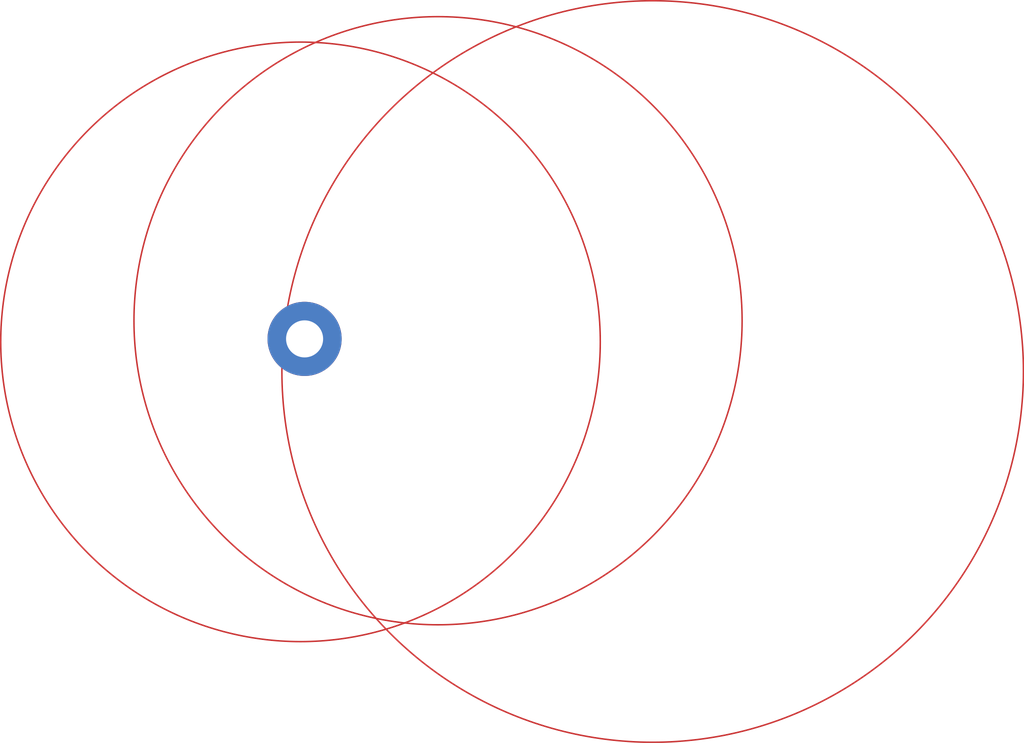
<source format=kicad_pcb>
(kicad_pcb
	(version 20240108)
	(generator "pcbnew")
	(generator_version "8.0")
	(general
		(thickness 1.6)
		(legacy_teardrops no)
	)
	(paper "A4")
	(layers
		(0 "F.Cu" signal)
		(31 "B.Cu" signal)
		(32 "B.Adhes" user "B.Adhesive")
		(33 "F.Adhes" user "F.Adhesive")
		(34 "B.Paste" user)
		(35 "F.Paste" user)
		(36 "B.SilkS" user "B.Silkscreen")
		(37 "F.SilkS" user "F.Silkscreen")
		(38 "B.Mask" user)
		(39 "F.Mask" user)
		(40 "Dwgs.User" user "User.Drawings")
		(41 "Cmts.User" user "User.Comments")
		(42 "Eco1.User" user "User.Eco1")
		(43 "Eco2.User" user "User.Eco2")
		(44 "Edge.Cuts" user)
		(45 "Margin" user)
		(46 "B.CrtYd" user "B.Courtyard")
		(47 "F.CrtYd" user "F.Courtyard")
		(48 "B.Fab" user)
		(49 "F.Fab" user)
		(50 "User.1" user)
		(51 "User.2" user)
		(52 "User.3" user)
		(53 "User.4" user)
		(54 "User.5" user)
		(55 "User.6" user)
		(56 "User.7" user)
		(57 "User.8" user)
		(58 "User.9" user)
	)
	(setup
		(pad_to_mask_clearance 0)
		(allow_soldermask_bridges_in_footprints no)
		(pcbplotparams
			(layerselection 0x00010fc_ffffffff)
			(plot_on_all_layers_selection 0x0000000_00000000)
			(disableapertmacros no)
			(usegerberextensions no)
			(usegerberattributes yes)
			(usegerberadvancedattributes yes)
			(creategerberjobfile yes)
			(dashed_line_dash_ratio 12.000000)
			(dashed_line_gap_ratio 3.000000)
			(svgprecision 4)
			(plotframeref no)
			(viasonmask no)
			(mode 1)
			(useauxorigin no)
			(hpglpennumber 1)
			(hpglpenspeed 20)
			(hpglpendiameter 15.000000)
			(pdf_front_fp_property_popups yes)
			(pdf_back_fp_property_popups yes)
			(dxfpolygonmode yes)
			(dxfimperialunits yes)
			(dxfusepcbnewfont yes)
			(psnegative no)
			(psa4output no)
			(plotreference yes)
			(plotvalue yes)
			(plotfptext yes)
			(plotinvisibletext no)
			(sketchpadsonfab no)
			(subtractmaskfromsilk no)
			(outputformat 1)
			(mirror no)
			(drillshape 1)
			(scaleselection 1)
			(outputdirectory "")
		)
	)
	(net 0 "")
	(gr_circle
		(center 152.2 95.2)
		(end 140 143.7)
		(stroke
			(width 0.2)
			(type default)
		)
		(fill none)
		(layer "F.Cu")
		(uuid "17b930df-93d6-45c1-ab53-2d083cae8064")
	)
	(gr_circle
		(center 123.25 88.35)
		(end 164.05 84.15)
		(stroke
			(width 0.2)
			(type default)
		)
		(fill none)
		(layer "F.Cu")
		(uuid "283cef04-da52-4bee-8779-a7b7344e3f09")
	)
	(gr_circle
		(center 104.7 91.2)
		(end 139.7 70.95)
		(stroke
			(width 0.2)
			(type default)
		)
		(fill none)
		(layer "F.Cu")
		(uuid "a368c6bf-68c5-451e-acb6-cce82b65559e")
	)
	(via
		(at 105.25 90.8)
		(size 10)
		(drill 5)
		(layers "F.Cu" "B.Cu")
		(net 0)
		(uuid "8da47a3d-314b-4499-ad09-e2c6a937544a")
	)
)

</source>
